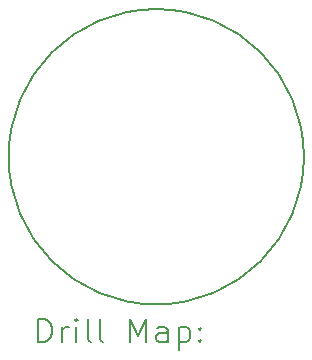
<source format=gbr>
%TF.GenerationSoftware,KiCad,Pcbnew,8.0.5*%
%TF.CreationDate,2025-01-04T21:14:34-06:00*%
%TF.ProjectId,button_transmitter,62757474-6f6e-45f7-9472-616e736d6974,rev?*%
%TF.SameCoordinates,PX481dea0PY631a57d*%
%TF.FileFunction,Drillmap*%
%TF.FilePolarity,Positive*%
%FSLAX45Y45*%
G04 Gerber Fmt 4.5, Leading zero omitted, Abs format (unit mm)*
G04 Created by KiCad (PCBNEW 8.0.5) date 2025-01-04 21:14:34*
%MOMM*%
%LPD*%
G01*
G04 APERTURE LIST*
%ADD10C,0.200000*%
G04 APERTURE END LIST*
D10*
X1250000Y0D02*
G75*
G02*
X-1250000Y0I-1250000J0D01*
G01*
X-1250000Y0D02*
G75*
G02*
X1250000Y0I1250000J0D01*
G01*
X-999223Y-1571484D02*
X-999223Y-1371484D01*
X-999223Y-1371484D02*
X-951604Y-1371484D01*
X-951604Y-1371484D02*
X-923033Y-1381008D01*
X-923033Y-1381008D02*
X-903985Y-1400055D01*
X-903985Y-1400055D02*
X-894461Y-1419103D01*
X-894461Y-1419103D02*
X-884937Y-1457198D01*
X-884937Y-1457198D02*
X-884937Y-1485769D01*
X-884937Y-1485769D02*
X-894461Y-1523865D01*
X-894461Y-1523865D02*
X-903985Y-1542912D01*
X-903985Y-1542912D02*
X-923033Y-1561960D01*
X-923033Y-1561960D02*
X-951604Y-1571484D01*
X-951604Y-1571484D02*
X-999223Y-1571484D01*
X-799223Y-1571484D02*
X-799223Y-1438150D01*
X-799223Y-1476246D02*
X-789699Y-1457198D01*
X-789699Y-1457198D02*
X-780176Y-1447674D01*
X-780176Y-1447674D02*
X-761128Y-1438150D01*
X-761128Y-1438150D02*
X-742080Y-1438150D01*
X-675414Y-1571484D02*
X-675414Y-1438150D01*
X-675414Y-1371484D02*
X-684938Y-1381008D01*
X-684938Y-1381008D02*
X-675414Y-1390531D01*
X-675414Y-1390531D02*
X-665890Y-1381008D01*
X-665890Y-1381008D02*
X-675414Y-1371484D01*
X-675414Y-1371484D02*
X-675414Y-1390531D01*
X-551604Y-1571484D02*
X-570652Y-1561960D01*
X-570652Y-1561960D02*
X-580176Y-1542912D01*
X-580176Y-1542912D02*
X-580176Y-1371484D01*
X-446842Y-1571484D02*
X-465890Y-1561960D01*
X-465890Y-1561960D02*
X-475414Y-1542912D01*
X-475414Y-1542912D02*
X-475414Y-1371484D01*
X-218271Y-1571484D02*
X-218271Y-1371484D01*
X-218271Y-1371484D02*
X-151604Y-1514341D01*
X-151604Y-1514341D02*
X-84938Y-1371484D01*
X-84938Y-1371484D02*
X-84938Y-1571484D01*
X96015Y-1571484D02*
X96015Y-1466722D01*
X96015Y-1466722D02*
X86491Y-1447674D01*
X86491Y-1447674D02*
X67444Y-1438150D01*
X67444Y-1438150D02*
X29348Y-1438150D01*
X29348Y-1438150D02*
X10301Y-1447674D01*
X96015Y-1561960D02*
X76967Y-1571484D01*
X76967Y-1571484D02*
X29348Y-1571484D01*
X29348Y-1571484D02*
X10301Y-1561960D01*
X10301Y-1561960D02*
X777Y-1542912D01*
X777Y-1542912D02*
X777Y-1523865D01*
X777Y-1523865D02*
X10301Y-1504817D01*
X10301Y-1504817D02*
X29348Y-1495293D01*
X29348Y-1495293D02*
X76967Y-1495293D01*
X76967Y-1495293D02*
X96015Y-1485769D01*
X191253Y-1438150D02*
X191253Y-1638150D01*
X191253Y-1447674D02*
X210301Y-1438150D01*
X210301Y-1438150D02*
X248396Y-1438150D01*
X248396Y-1438150D02*
X267444Y-1447674D01*
X267444Y-1447674D02*
X276967Y-1457198D01*
X276967Y-1457198D02*
X286491Y-1476246D01*
X286491Y-1476246D02*
X286491Y-1533388D01*
X286491Y-1533388D02*
X276967Y-1552436D01*
X276967Y-1552436D02*
X267444Y-1561960D01*
X267444Y-1561960D02*
X248396Y-1571484D01*
X248396Y-1571484D02*
X210301Y-1571484D01*
X210301Y-1571484D02*
X191253Y-1561960D01*
X372205Y-1552436D02*
X381729Y-1561960D01*
X381729Y-1561960D02*
X372205Y-1571484D01*
X372205Y-1571484D02*
X362682Y-1561960D01*
X362682Y-1561960D02*
X372205Y-1552436D01*
X372205Y-1552436D02*
X372205Y-1571484D01*
X372205Y-1447674D02*
X381729Y-1457198D01*
X381729Y-1457198D02*
X372205Y-1466722D01*
X372205Y-1466722D02*
X362682Y-1457198D01*
X362682Y-1457198D02*
X372205Y-1447674D01*
X372205Y-1447674D02*
X372205Y-1466722D01*
M02*

</source>
